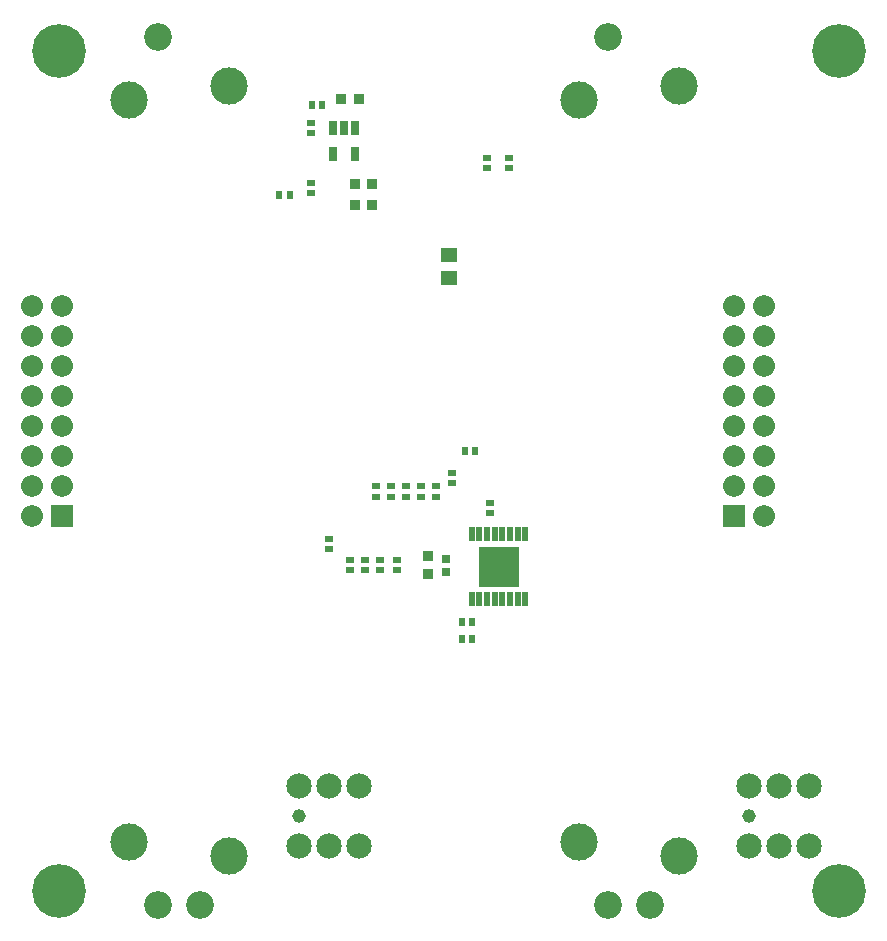
<source format=gbr>
G04 #@! TF.FileFunction,Soldermask,Top*
%FSLAX46Y46*%
G04 Gerber Fmt 4.6, Leading zero omitted, Abs format (unit mm)*
G04 Created by KiCad (PCBNEW 4.0.7) date Fri Jul 13 22:00:20 2018*
%MOMM*%
%LPD*%
G01*
G04 APERTURE LIST*
%ADD10C,0.100000*%
%ADD11C,4.552400*%
%ADD12C,0.852400*%
%ADD13R,0.952400X0.902400*%
%ADD14R,1.852400X1.852400*%
%ADD15O,1.852400X1.852400*%
%ADD16R,0.552400X0.752400*%
%ADD17R,0.752400X0.552400*%
%ADD18R,0.802400X1.212400*%
%ADD19R,1.402400X1.152400*%
%ADD20R,0.902400X0.952400*%
%ADD21R,0.652400X0.752400*%
%ADD22C,2.152400*%
%ADD23C,1.152400*%
%ADD24R,0.602400X1.202400*%
%ADD25R,3.352400X3.352400*%
%ADD26C,2.352400*%
%ADD27C,3.152400*%
G04 APERTURE END LIST*
D10*
D11*
X120650000Y-138430000D03*
D12*
X122300000Y-138430000D03*
X121816726Y-139596726D03*
X120650000Y-140080000D03*
X119483274Y-139596726D03*
X119000000Y-138430000D03*
X119483274Y-137263274D03*
X120650000Y-136780000D03*
X121816726Y-137263274D03*
D11*
X186690000Y-138430000D03*
D12*
X188340000Y-138430000D03*
X187856726Y-139596726D03*
X186690000Y-140080000D03*
X185523274Y-139596726D03*
X185040000Y-138430000D03*
X185523274Y-137263274D03*
X186690000Y-136780000D03*
X187856726Y-137263274D03*
D11*
X186690000Y-67310000D03*
D12*
X188340000Y-67310000D03*
X187856726Y-68476726D03*
X186690000Y-68960000D03*
X185523274Y-68476726D03*
X185040000Y-67310000D03*
X185523274Y-66143274D03*
X186690000Y-65660000D03*
X187856726Y-66143274D03*
D13*
X144550000Y-71374000D03*
X146050000Y-71374000D03*
X147181000Y-78613000D03*
X145681000Y-78613000D03*
X147181000Y-80391000D03*
X145681000Y-80391000D03*
D14*
X120904000Y-106680000D03*
D15*
X118364000Y-106680000D03*
X120904000Y-104140000D03*
X118364000Y-104140000D03*
X120904000Y-101600000D03*
X118364000Y-101600000D03*
X120904000Y-99060000D03*
X118364000Y-99060000D03*
X120904000Y-96520000D03*
X118364000Y-96520000D03*
X120904000Y-93980000D03*
X118364000Y-93980000D03*
X120904000Y-91440000D03*
X118364000Y-91440000D03*
X120904000Y-88900000D03*
X118364000Y-88900000D03*
D14*
X177800000Y-106680000D03*
D15*
X180340000Y-106680000D03*
X177800000Y-104140000D03*
X180340000Y-104140000D03*
X177800000Y-101600000D03*
X180340000Y-101600000D03*
X177800000Y-99060000D03*
X180340000Y-99060000D03*
X177800000Y-96520000D03*
X180340000Y-96520000D03*
X177800000Y-93980000D03*
X180340000Y-93980000D03*
X177800000Y-91440000D03*
X180340000Y-91440000D03*
X177800000Y-88900000D03*
X180340000Y-88900000D03*
D16*
X139308000Y-79502000D03*
X140208000Y-79502000D03*
D17*
X141986000Y-79386000D03*
X141986000Y-78486000D03*
X141986000Y-74306000D03*
X141986000Y-73406000D03*
D16*
X142044000Y-71882000D03*
X142944000Y-71882000D03*
D18*
X145730000Y-73830000D03*
X144780000Y-73830000D03*
X143830000Y-73830000D03*
X143830000Y-76030000D03*
X145730000Y-76030000D03*
D19*
X153670000Y-84598000D03*
X153670000Y-86598000D03*
D11*
X120650000Y-67310000D03*
D12*
X122300000Y-67310000D03*
X121816726Y-68476726D03*
X120650000Y-68960000D03*
X119483274Y-68476726D03*
X119000000Y-67310000D03*
X119483274Y-66143274D03*
X120650000Y-65660000D03*
X121816726Y-66143274D03*
D20*
X151892000Y-111633000D03*
X151892000Y-110133000D03*
D21*
X153416000Y-110321000D03*
X153416000Y-111421000D03*
D17*
X156845000Y-76385000D03*
X156845000Y-77285000D03*
X158750000Y-76385000D03*
X158750000Y-77285000D03*
X143510000Y-108643000D03*
X143510000Y-109543000D03*
X147447000Y-104198000D03*
X147447000Y-105098000D03*
X148717000Y-104198000D03*
X148717000Y-105098000D03*
X149987000Y-104198000D03*
X149987000Y-105098000D03*
X151257000Y-104198000D03*
X151257000Y-105098000D03*
X149225000Y-110421000D03*
X149225000Y-111321000D03*
X147828000Y-110421000D03*
X147828000Y-111321000D03*
X146558000Y-110421000D03*
X146558000Y-111321000D03*
X145288000Y-110421000D03*
X145288000Y-111321000D03*
X152527000Y-105098000D03*
X152527000Y-104198000D03*
D16*
X155644000Y-115697000D03*
X154744000Y-115697000D03*
D17*
X157099000Y-106495000D03*
X157099000Y-105595000D03*
D16*
X155644000Y-117094000D03*
X154744000Y-117094000D03*
D22*
X140970000Y-134620000D03*
X140970000Y-129540000D03*
X146050000Y-134620000D03*
X146050000Y-129540000D03*
X143510000Y-134620000D03*
X143510000Y-129540000D03*
D23*
X140970000Y-132080000D03*
D22*
X179070000Y-134620000D03*
X179070000Y-129540000D03*
X184150000Y-134620000D03*
X184150000Y-129540000D03*
X181610000Y-134620000D03*
X181610000Y-129540000D03*
D23*
X179070000Y-132080000D03*
D24*
X155586000Y-113773000D03*
X156236000Y-113773000D03*
X156886000Y-113773000D03*
X157536000Y-113773000D03*
X158186000Y-113773000D03*
X158836000Y-113773000D03*
X159486000Y-113773000D03*
X160136000Y-113773000D03*
X160136000Y-108223000D03*
X159486000Y-108223000D03*
X158836000Y-108223000D03*
X158186000Y-108223000D03*
X157536000Y-108223000D03*
X156886000Y-108223000D03*
X156236000Y-108223000D03*
X155586000Y-108223000D03*
D25*
X157861000Y-110998000D03*
D12*
X156861000Y-111998000D03*
X156861000Y-110998000D03*
X156861000Y-109998000D03*
X157861000Y-111998000D03*
X157861000Y-110998000D03*
X157861000Y-109998000D03*
X158861000Y-111998000D03*
X158861000Y-110998000D03*
X158861000Y-109998000D03*
D16*
X154998000Y-101219000D03*
X155898000Y-101219000D03*
D17*
X153924000Y-103055000D03*
X153924000Y-103955000D03*
D26*
X129060000Y-139620000D03*
X132560000Y-139620000D03*
X129060000Y-66120000D03*
D27*
X126610000Y-71470000D03*
X126610000Y-134270000D03*
X135010000Y-70270000D03*
X135010000Y-135470000D03*
D26*
X167160000Y-139620000D03*
X170660000Y-139620000D03*
X167160000Y-66120000D03*
D27*
X164710000Y-71470000D03*
X164710000Y-134270000D03*
X173110000Y-70270000D03*
X173110000Y-135470000D03*
M02*

</source>
